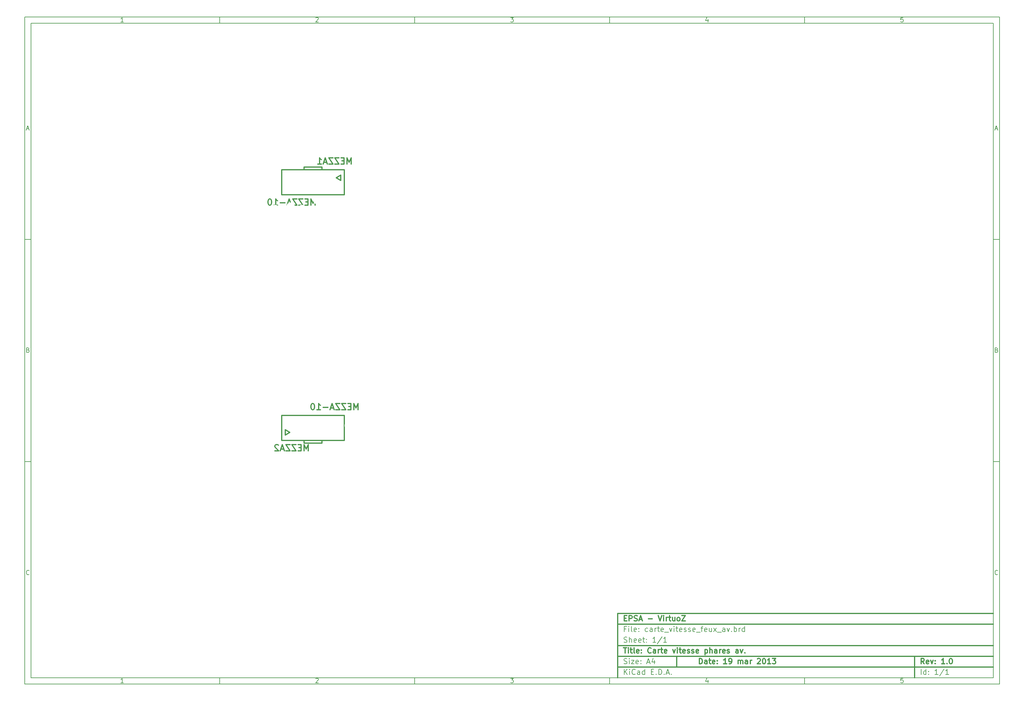
<source format=gbo>
G04 (created by PCBNEW-RS274X (2012-01-19 BZR 3256)-stable) date 19/03/2013 15:01:36*
G01*
G70*
G90*
%MOIN*%
G04 Gerber Fmt 3.4, Leading zero omitted, Abs format*
%FSLAX34Y34*%
G04 APERTURE LIST*
%ADD10C,0.006000*%
%ADD11C,0.012000*%
%ADD12C,0.014000*%
%ADD13C,0.095000*%
%ADD14R,0.095000X0.095000*%
%ADD15R,0.110000X0.082000*%
%ADD16O,0.110000X0.082000*%
%ADD17C,0.295600*%
%ADD18R,0.110000X0.110000*%
%ADD19C,0.110000*%
%ADD20R,0.075000X0.075000*%
%ADD21C,0.075000*%
%ADD22R,0.105000X0.105000*%
%ADD23C,0.105000*%
G04 APERTURE END LIST*
G54D10*
X04000Y-04000D02*
X113000Y-04000D01*
X113000Y-78670D01*
X04000Y-78670D01*
X04000Y-04000D01*
X04700Y-04700D02*
X112300Y-04700D01*
X112300Y-77970D01*
X04700Y-77970D01*
X04700Y-04700D01*
X25800Y-04000D02*
X25800Y-04700D01*
X15043Y-04552D02*
X14757Y-04552D01*
X14900Y-04552D02*
X14900Y-04052D01*
X14852Y-04124D01*
X14805Y-04171D01*
X14757Y-04195D01*
X25800Y-78670D02*
X25800Y-77970D01*
X15043Y-78522D02*
X14757Y-78522D01*
X14900Y-78522D02*
X14900Y-78022D01*
X14852Y-78094D01*
X14805Y-78141D01*
X14757Y-78165D01*
X47600Y-04000D02*
X47600Y-04700D01*
X36557Y-04100D02*
X36581Y-04076D01*
X36629Y-04052D01*
X36748Y-04052D01*
X36795Y-04076D01*
X36819Y-04100D01*
X36843Y-04148D01*
X36843Y-04195D01*
X36819Y-04267D01*
X36533Y-04552D01*
X36843Y-04552D01*
X47600Y-78670D02*
X47600Y-77970D01*
X36557Y-78070D02*
X36581Y-78046D01*
X36629Y-78022D01*
X36748Y-78022D01*
X36795Y-78046D01*
X36819Y-78070D01*
X36843Y-78118D01*
X36843Y-78165D01*
X36819Y-78237D01*
X36533Y-78522D01*
X36843Y-78522D01*
X69400Y-04000D02*
X69400Y-04700D01*
X58333Y-04052D02*
X58643Y-04052D01*
X58476Y-04243D01*
X58548Y-04243D01*
X58595Y-04267D01*
X58619Y-04290D01*
X58643Y-04338D01*
X58643Y-04457D01*
X58619Y-04505D01*
X58595Y-04529D01*
X58548Y-04552D01*
X58405Y-04552D01*
X58357Y-04529D01*
X58333Y-04505D01*
X69400Y-78670D02*
X69400Y-77970D01*
X58333Y-78022D02*
X58643Y-78022D01*
X58476Y-78213D01*
X58548Y-78213D01*
X58595Y-78237D01*
X58619Y-78260D01*
X58643Y-78308D01*
X58643Y-78427D01*
X58619Y-78475D01*
X58595Y-78499D01*
X58548Y-78522D01*
X58405Y-78522D01*
X58357Y-78499D01*
X58333Y-78475D01*
X91200Y-04000D02*
X91200Y-04700D01*
X80395Y-04219D02*
X80395Y-04552D01*
X80276Y-04029D02*
X80157Y-04386D01*
X80467Y-04386D01*
X91200Y-78670D02*
X91200Y-77970D01*
X80395Y-78189D02*
X80395Y-78522D01*
X80276Y-77999D02*
X80157Y-78356D01*
X80467Y-78356D01*
X102219Y-04052D02*
X101981Y-04052D01*
X101957Y-04290D01*
X101981Y-04267D01*
X102029Y-04243D01*
X102148Y-04243D01*
X102195Y-04267D01*
X102219Y-04290D01*
X102243Y-04338D01*
X102243Y-04457D01*
X102219Y-04505D01*
X102195Y-04529D01*
X102148Y-04552D01*
X102029Y-04552D01*
X101981Y-04529D01*
X101957Y-04505D01*
X102219Y-78022D02*
X101981Y-78022D01*
X101957Y-78260D01*
X101981Y-78237D01*
X102029Y-78213D01*
X102148Y-78213D01*
X102195Y-78237D01*
X102219Y-78260D01*
X102243Y-78308D01*
X102243Y-78427D01*
X102219Y-78475D01*
X102195Y-78499D01*
X102148Y-78522D01*
X102029Y-78522D01*
X101981Y-78499D01*
X101957Y-78475D01*
X04000Y-28890D02*
X04700Y-28890D01*
X04231Y-16510D02*
X04469Y-16510D01*
X04184Y-16652D02*
X04350Y-16152D01*
X04517Y-16652D01*
X113000Y-28890D02*
X112300Y-28890D01*
X112531Y-16510D02*
X112769Y-16510D01*
X112484Y-16652D02*
X112650Y-16152D01*
X112817Y-16652D01*
X04000Y-53780D02*
X04700Y-53780D01*
X04386Y-41280D02*
X04457Y-41304D01*
X04481Y-41328D01*
X04505Y-41376D01*
X04505Y-41447D01*
X04481Y-41495D01*
X04457Y-41519D01*
X04410Y-41542D01*
X04219Y-41542D01*
X04219Y-41042D01*
X04386Y-41042D01*
X04433Y-41066D01*
X04457Y-41090D01*
X04481Y-41138D01*
X04481Y-41185D01*
X04457Y-41233D01*
X04433Y-41257D01*
X04386Y-41280D01*
X04219Y-41280D01*
X113000Y-53780D02*
X112300Y-53780D01*
X112686Y-41280D02*
X112757Y-41304D01*
X112781Y-41328D01*
X112805Y-41376D01*
X112805Y-41447D01*
X112781Y-41495D01*
X112757Y-41519D01*
X112710Y-41542D01*
X112519Y-41542D01*
X112519Y-41042D01*
X112686Y-41042D01*
X112733Y-41066D01*
X112757Y-41090D01*
X112781Y-41138D01*
X112781Y-41185D01*
X112757Y-41233D01*
X112733Y-41257D01*
X112686Y-41280D01*
X112519Y-41280D01*
X04505Y-66385D02*
X04481Y-66409D01*
X04410Y-66432D01*
X04362Y-66432D01*
X04290Y-66409D01*
X04243Y-66361D01*
X04219Y-66313D01*
X04195Y-66218D01*
X04195Y-66147D01*
X04219Y-66051D01*
X04243Y-66004D01*
X04290Y-65956D01*
X04362Y-65932D01*
X04410Y-65932D01*
X04481Y-65956D01*
X04505Y-65980D01*
X112805Y-66385D02*
X112781Y-66409D01*
X112710Y-66432D01*
X112662Y-66432D01*
X112590Y-66409D01*
X112543Y-66361D01*
X112519Y-66313D01*
X112495Y-66218D01*
X112495Y-66147D01*
X112519Y-66051D01*
X112543Y-66004D01*
X112590Y-65956D01*
X112662Y-65932D01*
X112710Y-65932D01*
X112781Y-65956D01*
X112805Y-65980D01*
G54D11*
X79443Y-76413D02*
X79443Y-75813D01*
X79586Y-75813D01*
X79671Y-75841D01*
X79729Y-75899D01*
X79757Y-75956D01*
X79786Y-76070D01*
X79786Y-76156D01*
X79757Y-76270D01*
X79729Y-76327D01*
X79671Y-76384D01*
X79586Y-76413D01*
X79443Y-76413D01*
X80300Y-76413D02*
X80300Y-76099D01*
X80271Y-76041D01*
X80214Y-76013D01*
X80100Y-76013D01*
X80043Y-76041D01*
X80300Y-76384D02*
X80243Y-76413D01*
X80100Y-76413D01*
X80043Y-76384D01*
X80014Y-76327D01*
X80014Y-76270D01*
X80043Y-76213D01*
X80100Y-76184D01*
X80243Y-76184D01*
X80300Y-76156D01*
X80500Y-76013D02*
X80729Y-76013D01*
X80586Y-75813D02*
X80586Y-76327D01*
X80614Y-76384D01*
X80672Y-76413D01*
X80729Y-76413D01*
X81157Y-76384D02*
X81100Y-76413D01*
X80986Y-76413D01*
X80929Y-76384D01*
X80900Y-76327D01*
X80900Y-76099D01*
X80929Y-76041D01*
X80986Y-76013D01*
X81100Y-76013D01*
X81157Y-76041D01*
X81186Y-76099D01*
X81186Y-76156D01*
X80900Y-76213D01*
X81443Y-76356D02*
X81471Y-76384D01*
X81443Y-76413D01*
X81414Y-76384D01*
X81443Y-76356D01*
X81443Y-76413D01*
X81443Y-76041D02*
X81471Y-76070D01*
X81443Y-76099D01*
X81414Y-76070D01*
X81443Y-76041D01*
X81443Y-76099D01*
X82500Y-76413D02*
X82157Y-76413D01*
X82329Y-76413D02*
X82329Y-75813D01*
X82272Y-75899D01*
X82214Y-75956D01*
X82157Y-75984D01*
X82785Y-76413D02*
X82900Y-76413D01*
X82957Y-76384D01*
X82985Y-76356D01*
X83043Y-76270D01*
X83071Y-76156D01*
X83071Y-75927D01*
X83043Y-75870D01*
X83014Y-75841D01*
X82957Y-75813D01*
X82843Y-75813D01*
X82785Y-75841D01*
X82757Y-75870D01*
X82728Y-75927D01*
X82728Y-76070D01*
X82757Y-76127D01*
X82785Y-76156D01*
X82843Y-76184D01*
X82957Y-76184D01*
X83014Y-76156D01*
X83043Y-76127D01*
X83071Y-76070D01*
X83785Y-76413D02*
X83785Y-76013D01*
X83785Y-76070D02*
X83813Y-76041D01*
X83871Y-76013D01*
X83956Y-76013D01*
X84013Y-76041D01*
X84042Y-76099D01*
X84042Y-76413D01*
X84042Y-76099D02*
X84071Y-76041D01*
X84128Y-76013D01*
X84213Y-76013D01*
X84271Y-76041D01*
X84299Y-76099D01*
X84299Y-76413D01*
X84842Y-76413D02*
X84842Y-76099D01*
X84813Y-76041D01*
X84756Y-76013D01*
X84642Y-76013D01*
X84585Y-76041D01*
X84842Y-76384D02*
X84785Y-76413D01*
X84642Y-76413D01*
X84585Y-76384D01*
X84556Y-76327D01*
X84556Y-76270D01*
X84585Y-76213D01*
X84642Y-76184D01*
X84785Y-76184D01*
X84842Y-76156D01*
X85128Y-76413D02*
X85128Y-76013D01*
X85128Y-76127D02*
X85156Y-76070D01*
X85185Y-76041D01*
X85242Y-76013D01*
X85299Y-76013D01*
X85927Y-75870D02*
X85956Y-75841D01*
X86013Y-75813D01*
X86156Y-75813D01*
X86213Y-75841D01*
X86242Y-75870D01*
X86270Y-75927D01*
X86270Y-75984D01*
X86242Y-76070D01*
X85899Y-76413D01*
X86270Y-76413D01*
X86641Y-75813D02*
X86698Y-75813D01*
X86755Y-75841D01*
X86784Y-75870D01*
X86813Y-75927D01*
X86841Y-76041D01*
X86841Y-76184D01*
X86813Y-76299D01*
X86784Y-76356D01*
X86755Y-76384D01*
X86698Y-76413D01*
X86641Y-76413D01*
X86584Y-76384D01*
X86555Y-76356D01*
X86527Y-76299D01*
X86498Y-76184D01*
X86498Y-76041D01*
X86527Y-75927D01*
X86555Y-75870D01*
X86584Y-75841D01*
X86641Y-75813D01*
X87412Y-76413D02*
X87069Y-76413D01*
X87241Y-76413D02*
X87241Y-75813D01*
X87184Y-75899D01*
X87126Y-75956D01*
X87069Y-75984D01*
X87612Y-75813D02*
X87983Y-75813D01*
X87783Y-76041D01*
X87869Y-76041D01*
X87926Y-76070D01*
X87955Y-76099D01*
X87983Y-76156D01*
X87983Y-76299D01*
X87955Y-76356D01*
X87926Y-76384D01*
X87869Y-76413D01*
X87697Y-76413D01*
X87640Y-76384D01*
X87612Y-76356D01*
G54D10*
X71043Y-77613D02*
X71043Y-77013D01*
X71386Y-77613D02*
X71129Y-77270D01*
X71386Y-77013D02*
X71043Y-77356D01*
X71643Y-77613D02*
X71643Y-77213D01*
X71643Y-77013D02*
X71614Y-77041D01*
X71643Y-77070D01*
X71671Y-77041D01*
X71643Y-77013D01*
X71643Y-77070D01*
X72272Y-77556D02*
X72243Y-77584D01*
X72157Y-77613D01*
X72100Y-77613D01*
X72015Y-77584D01*
X71957Y-77527D01*
X71929Y-77470D01*
X71900Y-77356D01*
X71900Y-77270D01*
X71929Y-77156D01*
X71957Y-77099D01*
X72015Y-77041D01*
X72100Y-77013D01*
X72157Y-77013D01*
X72243Y-77041D01*
X72272Y-77070D01*
X72786Y-77613D02*
X72786Y-77299D01*
X72757Y-77241D01*
X72700Y-77213D01*
X72586Y-77213D01*
X72529Y-77241D01*
X72786Y-77584D02*
X72729Y-77613D01*
X72586Y-77613D01*
X72529Y-77584D01*
X72500Y-77527D01*
X72500Y-77470D01*
X72529Y-77413D01*
X72586Y-77384D01*
X72729Y-77384D01*
X72786Y-77356D01*
X73329Y-77613D02*
X73329Y-77013D01*
X73329Y-77584D02*
X73272Y-77613D01*
X73158Y-77613D01*
X73100Y-77584D01*
X73072Y-77556D01*
X73043Y-77499D01*
X73043Y-77327D01*
X73072Y-77270D01*
X73100Y-77241D01*
X73158Y-77213D01*
X73272Y-77213D01*
X73329Y-77241D01*
X74072Y-77299D02*
X74272Y-77299D01*
X74358Y-77613D02*
X74072Y-77613D01*
X74072Y-77013D01*
X74358Y-77013D01*
X74615Y-77556D02*
X74643Y-77584D01*
X74615Y-77613D01*
X74586Y-77584D01*
X74615Y-77556D01*
X74615Y-77613D01*
X74901Y-77613D02*
X74901Y-77013D01*
X75044Y-77013D01*
X75129Y-77041D01*
X75187Y-77099D01*
X75215Y-77156D01*
X75244Y-77270D01*
X75244Y-77356D01*
X75215Y-77470D01*
X75187Y-77527D01*
X75129Y-77584D01*
X75044Y-77613D01*
X74901Y-77613D01*
X75501Y-77556D02*
X75529Y-77584D01*
X75501Y-77613D01*
X75472Y-77584D01*
X75501Y-77556D01*
X75501Y-77613D01*
X75758Y-77441D02*
X76044Y-77441D01*
X75701Y-77613D02*
X75901Y-77013D01*
X76101Y-77613D01*
X76301Y-77556D02*
X76329Y-77584D01*
X76301Y-77613D01*
X76272Y-77584D01*
X76301Y-77556D01*
X76301Y-77613D01*
G54D11*
X104586Y-76413D02*
X104386Y-76127D01*
X104243Y-76413D02*
X104243Y-75813D01*
X104471Y-75813D01*
X104529Y-75841D01*
X104557Y-75870D01*
X104586Y-75927D01*
X104586Y-76013D01*
X104557Y-76070D01*
X104529Y-76099D01*
X104471Y-76127D01*
X104243Y-76127D01*
X105071Y-76384D02*
X105014Y-76413D01*
X104900Y-76413D01*
X104843Y-76384D01*
X104814Y-76327D01*
X104814Y-76099D01*
X104843Y-76041D01*
X104900Y-76013D01*
X105014Y-76013D01*
X105071Y-76041D01*
X105100Y-76099D01*
X105100Y-76156D01*
X104814Y-76213D01*
X105300Y-76013D02*
X105443Y-76413D01*
X105585Y-76013D01*
X105814Y-76356D02*
X105842Y-76384D01*
X105814Y-76413D01*
X105785Y-76384D01*
X105814Y-76356D01*
X105814Y-76413D01*
X105814Y-76041D02*
X105842Y-76070D01*
X105814Y-76099D01*
X105785Y-76070D01*
X105814Y-76041D01*
X105814Y-76099D01*
X106871Y-76413D02*
X106528Y-76413D01*
X106700Y-76413D02*
X106700Y-75813D01*
X106643Y-75899D01*
X106585Y-75956D01*
X106528Y-75984D01*
X107128Y-76356D02*
X107156Y-76384D01*
X107128Y-76413D01*
X107099Y-76384D01*
X107128Y-76356D01*
X107128Y-76413D01*
X107528Y-75813D02*
X107585Y-75813D01*
X107642Y-75841D01*
X107671Y-75870D01*
X107700Y-75927D01*
X107728Y-76041D01*
X107728Y-76184D01*
X107700Y-76299D01*
X107671Y-76356D01*
X107642Y-76384D01*
X107585Y-76413D01*
X107528Y-76413D01*
X107471Y-76384D01*
X107442Y-76356D01*
X107414Y-76299D01*
X107385Y-76184D01*
X107385Y-76041D01*
X107414Y-75927D01*
X107442Y-75870D01*
X107471Y-75841D01*
X107528Y-75813D01*
G54D10*
X71014Y-76384D02*
X71100Y-76413D01*
X71243Y-76413D01*
X71300Y-76384D01*
X71329Y-76356D01*
X71357Y-76299D01*
X71357Y-76241D01*
X71329Y-76184D01*
X71300Y-76156D01*
X71243Y-76127D01*
X71129Y-76099D01*
X71071Y-76070D01*
X71043Y-76041D01*
X71014Y-75984D01*
X71014Y-75927D01*
X71043Y-75870D01*
X71071Y-75841D01*
X71129Y-75813D01*
X71271Y-75813D01*
X71357Y-75841D01*
X71614Y-76413D02*
X71614Y-76013D01*
X71614Y-75813D02*
X71585Y-75841D01*
X71614Y-75870D01*
X71642Y-75841D01*
X71614Y-75813D01*
X71614Y-75870D01*
X71843Y-76013D02*
X72157Y-76013D01*
X71843Y-76413D01*
X72157Y-76413D01*
X72614Y-76384D02*
X72557Y-76413D01*
X72443Y-76413D01*
X72386Y-76384D01*
X72357Y-76327D01*
X72357Y-76099D01*
X72386Y-76041D01*
X72443Y-76013D01*
X72557Y-76013D01*
X72614Y-76041D01*
X72643Y-76099D01*
X72643Y-76156D01*
X72357Y-76213D01*
X72900Y-76356D02*
X72928Y-76384D01*
X72900Y-76413D01*
X72871Y-76384D01*
X72900Y-76356D01*
X72900Y-76413D01*
X72900Y-76041D02*
X72928Y-76070D01*
X72900Y-76099D01*
X72871Y-76070D01*
X72900Y-76041D01*
X72900Y-76099D01*
X73614Y-76241D02*
X73900Y-76241D01*
X73557Y-76413D02*
X73757Y-75813D01*
X73957Y-76413D01*
X74414Y-76013D02*
X74414Y-76413D01*
X74271Y-75784D02*
X74128Y-76213D01*
X74500Y-76213D01*
X104243Y-77613D02*
X104243Y-77013D01*
X104786Y-77613D02*
X104786Y-77013D01*
X104786Y-77584D02*
X104729Y-77613D01*
X104615Y-77613D01*
X104557Y-77584D01*
X104529Y-77556D01*
X104500Y-77499D01*
X104500Y-77327D01*
X104529Y-77270D01*
X104557Y-77241D01*
X104615Y-77213D01*
X104729Y-77213D01*
X104786Y-77241D01*
X105072Y-77556D02*
X105100Y-77584D01*
X105072Y-77613D01*
X105043Y-77584D01*
X105072Y-77556D01*
X105072Y-77613D01*
X105072Y-77241D02*
X105100Y-77270D01*
X105072Y-77299D01*
X105043Y-77270D01*
X105072Y-77241D01*
X105072Y-77299D01*
X106129Y-77613D02*
X105786Y-77613D01*
X105958Y-77613D02*
X105958Y-77013D01*
X105901Y-77099D01*
X105843Y-77156D01*
X105786Y-77184D01*
X106814Y-76984D02*
X106300Y-77756D01*
X107329Y-77613D02*
X106986Y-77613D01*
X107158Y-77613D02*
X107158Y-77013D01*
X107101Y-77099D01*
X107043Y-77156D01*
X106986Y-77184D01*
G54D11*
X70957Y-74613D02*
X71300Y-74613D01*
X71129Y-75213D02*
X71129Y-74613D01*
X71500Y-75213D02*
X71500Y-74813D01*
X71500Y-74613D02*
X71471Y-74641D01*
X71500Y-74670D01*
X71528Y-74641D01*
X71500Y-74613D01*
X71500Y-74670D01*
X71700Y-74813D02*
X71929Y-74813D01*
X71786Y-74613D02*
X71786Y-75127D01*
X71814Y-75184D01*
X71872Y-75213D01*
X71929Y-75213D01*
X72215Y-75213D02*
X72157Y-75184D01*
X72129Y-75127D01*
X72129Y-74613D01*
X72671Y-75184D02*
X72614Y-75213D01*
X72500Y-75213D01*
X72443Y-75184D01*
X72414Y-75127D01*
X72414Y-74899D01*
X72443Y-74841D01*
X72500Y-74813D01*
X72614Y-74813D01*
X72671Y-74841D01*
X72700Y-74899D01*
X72700Y-74956D01*
X72414Y-75013D01*
X72957Y-75156D02*
X72985Y-75184D01*
X72957Y-75213D01*
X72928Y-75184D01*
X72957Y-75156D01*
X72957Y-75213D01*
X72957Y-74841D02*
X72985Y-74870D01*
X72957Y-74899D01*
X72928Y-74870D01*
X72957Y-74841D01*
X72957Y-74899D01*
X74043Y-75156D02*
X74014Y-75184D01*
X73928Y-75213D01*
X73871Y-75213D01*
X73786Y-75184D01*
X73728Y-75127D01*
X73700Y-75070D01*
X73671Y-74956D01*
X73671Y-74870D01*
X73700Y-74756D01*
X73728Y-74699D01*
X73786Y-74641D01*
X73871Y-74613D01*
X73928Y-74613D01*
X74014Y-74641D01*
X74043Y-74670D01*
X74557Y-75213D02*
X74557Y-74899D01*
X74528Y-74841D01*
X74471Y-74813D01*
X74357Y-74813D01*
X74300Y-74841D01*
X74557Y-75184D02*
X74500Y-75213D01*
X74357Y-75213D01*
X74300Y-75184D01*
X74271Y-75127D01*
X74271Y-75070D01*
X74300Y-75013D01*
X74357Y-74984D01*
X74500Y-74984D01*
X74557Y-74956D01*
X74843Y-75213D02*
X74843Y-74813D01*
X74843Y-74927D02*
X74871Y-74870D01*
X74900Y-74841D01*
X74957Y-74813D01*
X75014Y-74813D01*
X75128Y-74813D02*
X75357Y-74813D01*
X75214Y-74613D02*
X75214Y-75127D01*
X75242Y-75184D01*
X75300Y-75213D01*
X75357Y-75213D01*
X75785Y-75184D02*
X75728Y-75213D01*
X75614Y-75213D01*
X75557Y-75184D01*
X75528Y-75127D01*
X75528Y-74899D01*
X75557Y-74841D01*
X75614Y-74813D01*
X75728Y-74813D01*
X75785Y-74841D01*
X75814Y-74899D01*
X75814Y-74956D01*
X75528Y-75013D01*
X76471Y-74813D02*
X76614Y-75213D01*
X76756Y-74813D01*
X76985Y-75213D02*
X76985Y-74813D01*
X76985Y-74613D02*
X76956Y-74641D01*
X76985Y-74670D01*
X77013Y-74641D01*
X76985Y-74613D01*
X76985Y-74670D01*
X77185Y-74813D02*
X77414Y-74813D01*
X77271Y-74613D02*
X77271Y-75127D01*
X77299Y-75184D01*
X77357Y-75213D01*
X77414Y-75213D01*
X77842Y-75184D02*
X77785Y-75213D01*
X77671Y-75213D01*
X77614Y-75184D01*
X77585Y-75127D01*
X77585Y-74899D01*
X77614Y-74841D01*
X77671Y-74813D01*
X77785Y-74813D01*
X77842Y-74841D01*
X77871Y-74899D01*
X77871Y-74956D01*
X77585Y-75013D01*
X78099Y-75184D02*
X78156Y-75213D01*
X78271Y-75213D01*
X78328Y-75184D01*
X78356Y-75127D01*
X78356Y-75099D01*
X78328Y-75041D01*
X78271Y-75013D01*
X78185Y-75013D01*
X78128Y-74984D01*
X78099Y-74927D01*
X78099Y-74899D01*
X78128Y-74841D01*
X78185Y-74813D01*
X78271Y-74813D01*
X78328Y-74841D01*
X78585Y-75184D02*
X78642Y-75213D01*
X78757Y-75213D01*
X78814Y-75184D01*
X78842Y-75127D01*
X78842Y-75099D01*
X78814Y-75041D01*
X78757Y-75013D01*
X78671Y-75013D01*
X78614Y-74984D01*
X78585Y-74927D01*
X78585Y-74899D01*
X78614Y-74841D01*
X78671Y-74813D01*
X78757Y-74813D01*
X78814Y-74841D01*
X79328Y-75184D02*
X79271Y-75213D01*
X79157Y-75213D01*
X79100Y-75184D01*
X79071Y-75127D01*
X79071Y-74899D01*
X79100Y-74841D01*
X79157Y-74813D01*
X79271Y-74813D01*
X79328Y-74841D01*
X79357Y-74899D01*
X79357Y-74956D01*
X79071Y-75013D01*
X80071Y-74813D02*
X80071Y-75413D01*
X80071Y-74841D02*
X80128Y-74813D01*
X80242Y-74813D01*
X80299Y-74841D01*
X80328Y-74870D01*
X80357Y-74927D01*
X80357Y-75099D01*
X80328Y-75156D01*
X80299Y-75184D01*
X80242Y-75213D01*
X80128Y-75213D01*
X80071Y-75184D01*
X80614Y-75213D02*
X80614Y-74613D01*
X80871Y-75213D02*
X80871Y-74899D01*
X80842Y-74841D01*
X80785Y-74813D01*
X80700Y-74813D01*
X80642Y-74841D01*
X80614Y-74870D01*
X81414Y-75213D02*
X81414Y-74899D01*
X81385Y-74841D01*
X81328Y-74813D01*
X81214Y-74813D01*
X81157Y-74841D01*
X81414Y-75184D02*
X81357Y-75213D01*
X81214Y-75213D01*
X81157Y-75184D01*
X81128Y-75127D01*
X81128Y-75070D01*
X81157Y-75013D01*
X81214Y-74984D01*
X81357Y-74984D01*
X81414Y-74956D01*
X81700Y-75213D02*
X81700Y-74813D01*
X81700Y-74927D02*
X81728Y-74870D01*
X81757Y-74841D01*
X81814Y-74813D01*
X81871Y-74813D01*
X82299Y-75184D02*
X82242Y-75213D01*
X82128Y-75213D01*
X82071Y-75184D01*
X82042Y-75127D01*
X82042Y-74899D01*
X82071Y-74841D01*
X82128Y-74813D01*
X82242Y-74813D01*
X82299Y-74841D01*
X82328Y-74899D01*
X82328Y-74956D01*
X82042Y-75013D01*
X82556Y-75184D02*
X82613Y-75213D01*
X82728Y-75213D01*
X82785Y-75184D01*
X82813Y-75127D01*
X82813Y-75099D01*
X82785Y-75041D01*
X82728Y-75013D01*
X82642Y-75013D01*
X82585Y-74984D01*
X82556Y-74927D01*
X82556Y-74899D01*
X82585Y-74841D01*
X82642Y-74813D01*
X82728Y-74813D01*
X82785Y-74841D01*
X83785Y-75213D02*
X83785Y-74899D01*
X83756Y-74841D01*
X83699Y-74813D01*
X83585Y-74813D01*
X83528Y-74841D01*
X83785Y-75184D02*
X83728Y-75213D01*
X83585Y-75213D01*
X83528Y-75184D01*
X83499Y-75127D01*
X83499Y-75070D01*
X83528Y-75013D01*
X83585Y-74984D01*
X83728Y-74984D01*
X83785Y-74956D01*
X84014Y-74813D02*
X84157Y-75213D01*
X84299Y-74813D01*
X84528Y-75156D02*
X84556Y-75184D01*
X84528Y-75213D01*
X84499Y-75184D01*
X84528Y-75156D01*
X84528Y-75213D01*
G54D10*
X71243Y-72499D02*
X71043Y-72499D01*
X71043Y-72813D02*
X71043Y-72213D01*
X71329Y-72213D01*
X71557Y-72813D02*
X71557Y-72413D01*
X71557Y-72213D02*
X71528Y-72241D01*
X71557Y-72270D01*
X71585Y-72241D01*
X71557Y-72213D01*
X71557Y-72270D01*
X71929Y-72813D02*
X71871Y-72784D01*
X71843Y-72727D01*
X71843Y-72213D01*
X72385Y-72784D02*
X72328Y-72813D01*
X72214Y-72813D01*
X72157Y-72784D01*
X72128Y-72727D01*
X72128Y-72499D01*
X72157Y-72441D01*
X72214Y-72413D01*
X72328Y-72413D01*
X72385Y-72441D01*
X72414Y-72499D01*
X72414Y-72556D01*
X72128Y-72613D01*
X72671Y-72756D02*
X72699Y-72784D01*
X72671Y-72813D01*
X72642Y-72784D01*
X72671Y-72756D01*
X72671Y-72813D01*
X72671Y-72441D02*
X72699Y-72470D01*
X72671Y-72499D01*
X72642Y-72470D01*
X72671Y-72441D01*
X72671Y-72499D01*
X73671Y-72784D02*
X73614Y-72813D01*
X73500Y-72813D01*
X73442Y-72784D01*
X73414Y-72756D01*
X73385Y-72699D01*
X73385Y-72527D01*
X73414Y-72470D01*
X73442Y-72441D01*
X73500Y-72413D01*
X73614Y-72413D01*
X73671Y-72441D01*
X74185Y-72813D02*
X74185Y-72499D01*
X74156Y-72441D01*
X74099Y-72413D01*
X73985Y-72413D01*
X73928Y-72441D01*
X74185Y-72784D02*
X74128Y-72813D01*
X73985Y-72813D01*
X73928Y-72784D01*
X73899Y-72727D01*
X73899Y-72670D01*
X73928Y-72613D01*
X73985Y-72584D01*
X74128Y-72584D01*
X74185Y-72556D01*
X74471Y-72813D02*
X74471Y-72413D01*
X74471Y-72527D02*
X74499Y-72470D01*
X74528Y-72441D01*
X74585Y-72413D01*
X74642Y-72413D01*
X74756Y-72413D02*
X74985Y-72413D01*
X74842Y-72213D02*
X74842Y-72727D01*
X74870Y-72784D01*
X74928Y-72813D01*
X74985Y-72813D01*
X75413Y-72784D02*
X75356Y-72813D01*
X75242Y-72813D01*
X75185Y-72784D01*
X75156Y-72727D01*
X75156Y-72499D01*
X75185Y-72441D01*
X75242Y-72413D01*
X75356Y-72413D01*
X75413Y-72441D01*
X75442Y-72499D01*
X75442Y-72556D01*
X75156Y-72613D01*
X75556Y-72870D02*
X76013Y-72870D01*
X76099Y-72413D02*
X76242Y-72813D01*
X76384Y-72413D01*
X76613Y-72813D02*
X76613Y-72413D01*
X76613Y-72213D02*
X76584Y-72241D01*
X76613Y-72270D01*
X76641Y-72241D01*
X76613Y-72213D01*
X76613Y-72270D01*
X76813Y-72413D02*
X77042Y-72413D01*
X76899Y-72213D02*
X76899Y-72727D01*
X76927Y-72784D01*
X76985Y-72813D01*
X77042Y-72813D01*
X77470Y-72784D02*
X77413Y-72813D01*
X77299Y-72813D01*
X77242Y-72784D01*
X77213Y-72727D01*
X77213Y-72499D01*
X77242Y-72441D01*
X77299Y-72413D01*
X77413Y-72413D01*
X77470Y-72441D01*
X77499Y-72499D01*
X77499Y-72556D01*
X77213Y-72613D01*
X77727Y-72784D02*
X77784Y-72813D01*
X77899Y-72813D01*
X77956Y-72784D01*
X77984Y-72727D01*
X77984Y-72699D01*
X77956Y-72641D01*
X77899Y-72613D01*
X77813Y-72613D01*
X77756Y-72584D01*
X77727Y-72527D01*
X77727Y-72499D01*
X77756Y-72441D01*
X77813Y-72413D01*
X77899Y-72413D01*
X77956Y-72441D01*
X78213Y-72784D02*
X78270Y-72813D01*
X78385Y-72813D01*
X78442Y-72784D01*
X78470Y-72727D01*
X78470Y-72699D01*
X78442Y-72641D01*
X78385Y-72613D01*
X78299Y-72613D01*
X78242Y-72584D01*
X78213Y-72527D01*
X78213Y-72499D01*
X78242Y-72441D01*
X78299Y-72413D01*
X78385Y-72413D01*
X78442Y-72441D01*
X78956Y-72784D02*
X78899Y-72813D01*
X78785Y-72813D01*
X78728Y-72784D01*
X78699Y-72727D01*
X78699Y-72499D01*
X78728Y-72441D01*
X78785Y-72413D01*
X78899Y-72413D01*
X78956Y-72441D01*
X78985Y-72499D01*
X78985Y-72556D01*
X78699Y-72613D01*
X79099Y-72870D02*
X79556Y-72870D01*
X79613Y-72413D02*
X79842Y-72413D01*
X79699Y-72813D02*
X79699Y-72299D01*
X79727Y-72241D01*
X79785Y-72213D01*
X79842Y-72213D01*
X80270Y-72784D02*
X80213Y-72813D01*
X80099Y-72813D01*
X80042Y-72784D01*
X80013Y-72727D01*
X80013Y-72499D01*
X80042Y-72441D01*
X80099Y-72413D01*
X80213Y-72413D01*
X80270Y-72441D01*
X80299Y-72499D01*
X80299Y-72556D01*
X80013Y-72613D01*
X80813Y-72413D02*
X80813Y-72813D01*
X80556Y-72413D02*
X80556Y-72727D01*
X80584Y-72784D01*
X80642Y-72813D01*
X80727Y-72813D01*
X80784Y-72784D01*
X80813Y-72756D01*
X81042Y-72813D02*
X81356Y-72413D01*
X81042Y-72413D02*
X81356Y-72813D01*
X81442Y-72870D02*
X81899Y-72870D01*
X82299Y-72813D02*
X82299Y-72499D01*
X82270Y-72441D01*
X82213Y-72413D01*
X82099Y-72413D01*
X82042Y-72441D01*
X82299Y-72784D02*
X82242Y-72813D01*
X82099Y-72813D01*
X82042Y-72784D01*
X82013Y-72727D01*
X82013Y-72670D01*
X82042Y-72613D01*
X82099Y-72584D01*
X82242Y-72584D01*
X82299Y-72556D01*
X82528Y-72413D02*
X82671Y-72813D01*
X82813Y-72413D01*
X83042Y-72756D02*
X83070Y-72784D01*
X83042Y-72813D01*
X83013Y-72784D01*
X83042Y-72756D01*
X83042Y-72813D01*
X83328Y-72813D02*
X83328Y-72213D01*
X83328Y-72441D02*
X83385Y-72413D01*
X83499Y-72413D01*
X83556Y-72441D01*
X83585Y-72470D01*
X83614Y-72527D01*
X83614Y-72699D01*
X83585Y-72756D01*
X83556Y-72784D01*
X83499Y-72813D01*
X83385Y-72813D01*
X83328Y-72784D01*
X83871Y-72813D02*
X83871Y-72413D01*
X83871Y-72527D02*
X83899Y-72470D01*
X83928Y-72441D01*
X83985Y-72413D01*
X84042Y-72413D01*
X84499Y-72813D02*
X84499Y-72213D01*
X84499Y-72784D02*
X84442Y-72813D01*
X84328Y-72813D01*
X84270Y-72784D01*
X84242Y-72756D01*
X84213Y-72699D01*
X84213Y-72527D01*
X84242Y-72470D01*
X84270Y-72441D01*
X84328Y-72413D01*
X84442Y-72413D01*
X84499Y-72441D01*
X71014Y-73984D02*
X71100Y-74013D01*
X71243Y-74013D01*
X71300Y-73984D01*
X71329Y-73956D01*
X71357Y-73899D01*
X71357Y-73841D01*
X71329Y-73784D01*
X71300Y-73756D01*
X71243Y-73727D01*
X71129Y-73699D01*
X71071Y-73670D01*
X71043Y-73641D01*
X71014Y-73584D01*
X71014Y-73527D01*
X71043Y-73470D01*
X71071Y-73441D01*
X71129Y-73413D01*
X71271Y-73413D01*
X71357Y-73441D01*
X71614Y-74013D02*
X71614Y-73413D01*
X71871Y-74013D02*
X71871Y-73699D01*
X71842Y-73641D01*
X71785Y-73613D01*
X71700Y-73613D01*
X71642Y-73641D01*
X71614Y-73670D01*
X72385Y-73984D02*
X72328Y-74013D01*
X72214Y-74013D01*
X72157Y-73984D01*
X72128Y-73927D01*
X72128Y-73699D01*
X72157Y-73641D01*
X72214Y-73613D01*
X72328Y-73613D01*
X72385Y-73641D01*
X72414Y-73699D01*
X72414Y-73756D01*
X72128Y-73813D01*
X72899Y-73984D02*
X72842Y-74013D01*
X72728Y-74013D01*
X72671Y-73984D01*
X72642Y-73927D01*
X72642Y-73699D01*
X72671Y-73641D01*
X72728Y-73613D01*
X72842Y-73613D01*
X72899Y-73641D01*
X72928Y-73699D01*
X72928Y-73756D01*
X72642Y-73813D01*
X73099Y-73613D02*
X73328Y-73613D01*
X73185Y-73413D02*
X73185Y-73927D01*
X73213Y-73984D01*
X73271Y-74013D01*
X73328Y-74013D01*
X73528Y-73956D02*
X73556Y-73984D01*
X73528Y-74013D01*
X73499Y-73984D01*
X73528Y-73956D01*
X73528Y-74013D01*
X73528Y-73641D02*
X73556Y-73670D01*
X73528Y-73699D01*
X73499Y-73670D01*
X73528Y-73641D01*
X73528Y-73699D01*
X74585Y-74013D02*
X74242Y-74013D01*
X74414Y-74013D02*
X74414Y-73413D01*
X74357Y-73499D01*
X74299Y-73556D01*
X74242Y-73584D01*
X75270Y-73384D02*
X74756Y-74156D01*
X75785Y-74013D02*
X75442Y-74013D01*
X75614Y-74013D02*
X75614Y-73413D01*
X75557Y-73499D01*
X75499Y-73556D01*
X75442Y-73584D01*
G54D11*
X71043Y-71299D02*
X71243Y-71299D01*
X71329Y-71613D02*
X71043Y-71613D01*
X71043Y-71013D01*
X71329Y-71013D01*
X71586Y-71613D02*
X71586Y-71013D01*
X71814Y-71013D01*
X71872Y-71041D01*
X71900Y-71070D01*
X71929Y-71127D01*
X71929Y-71213D01*
X71900Y-71270D01*
X71872Y-71299D01*
X71814Y-71327D01*
X71586Y-71327D01*
X72157Y-71584D02*
X72243Y-71613D01*
X72386Y-71613D01*
X72443Y-71584D01*
X72472Y-71556D01*
X72500Y-71499D01*
X72500Y-71441D01*
X72472Y-71384D01*
X72443Y-71356D01*
X72386Y-71327D01*
X72272Y-71299D01*
X72214Y-71270D01*
X72186Y-71241D01*
X72157Y-71184D01*
X72157Y-71127D01*
X72186Y-71070D01*
X72214Y-71041D01*
X72272Y-71013D01*
X72414Y-71013D01*
X72500Y-71041D01*
X72728Y-71441D02*
X73014Y-71441D01*
X72671Y-71613D02*
X72871Y-71013D01*
X73071Y-71613D01*
X73728Y-71384D02*
X74185Y-71384D01*
X74842Y-71013D02*
X75042Y-71613D01*
X75242Y-71013D01*
X75442Y-71613D02*
X75442Y-71213D01*
X75442Y-71013D02*
X75413Y-71041D01*
X75442Y-71070D01*
X75470Y-71041D01*
X75442Y-71013D01*
X75442Y-71070D01*
X75728Y-71613D02*
X75728Y-71213D01*
X75728Y-71327D02*
X75756Y-71270D01*
X75785Y-71241D01*
X75842Y-71213D01*
X75899Y-71213D01*
X76013Y-71213D02*
X76242Y-71213D01*
X76099Y-71013D02*
X76099Y-71527D01*
X76127Y-71584D01*
X76185Y-71613D01*
X76242Y-71613D01*
X76699Y-71213D02*
X76699Y-71613D01*
X76442Y-71213D02*
X76442Y-71527D01*
X76470Y-71584D01*
X76528Y-71613D01*
X76613Y-71613D01*
X76670Y-71584D01*
X76699Y-71556D01*
X77071Y-71613D02*
X77013Y-71584D01*
X76985Y-71556D01*
X76956Y-71499D01*
X76956Y-71327D01*
X76985Y-71270D01*
X77013Y-71241D01*
X77071Y-71213D01*
X77156Y-71213D01*
X77213Y-71241D01*
X77242Y-71270D01*
X77271Y-71327D01*
X77271Y-71499D01*
X77242Y-71556D01*
X77213Y-71584D01*
X77156Y-71613D01*
X77071Y-71613D01*
X77471Y-71013D02*
X77871Y-71013D01*
X77471Y-71613D01*
X77871Y-71613D01*
X70300Y-70770D02*
X70300Y-77970D01*
X70300Y-71970D02*
X112300Y-71970D01*
X70300Y-70770D02*
X112300Y-70770D01*
X70300Y-74370D02*
X112300Y-74370D01*
X103500Y-75570D02*
X103500Y-77970D01*
X70300Y-76770D02*
X112300Y-76770D01*
X70300Y-75570D02*
X112300Y-75570D01*
X76900Y-75570D02*
X76900Y-76770D01*
G54D12*
X37250Y-21100D02*
X35250Y-21100D01*
X37250Y-20800D02*
X35250Y-20800D01*
X39750Y-21100D02*
X39750Y-23900D01*
X32750Y-21100D02*
X32750Y-23900D01*
X37250Y-20800D02*
X37250Y-21100D01*
X37250Y-21100D02*
X39750Y-21100D01*
X39750Y-23900D02*
X32750Y-23900D01*
X32750Y-21100D02*
X35250Y-21100D01*
X35250Y-21100D02*
X35250Y-20800D01*
X38850Y-22000D02*
X39350Y-22300D01*
X39350Y-22300D02*
X39350Y-21700D01*
X39350Y-21700D02*
X38850Y-22000D01*
X35250Y-51400D02*
X37250Y-51400D01*
X35250Y-51700D02*
X37250Y-51700D01*
X32750Y-51400D02*
X32750Y-48600D01*
X39750Y-51400D02*
X39750Y-48600D01*
X35250Y-51700D02*
X35250Y-51400D01*
X35250Y-51400D02*
X32750Y-51400D01*
X32750Y-48600D02*
X39750Y-48600D01*
X39750Y-51400D02*
X37250Y-51400D01*
X37250Y-51400D02*
X37250Y-51700D01*
X33650Y-50500D02*
X33150Y-50200D01*
X33150Y-50200D02*
X33150Y-50800D01*
X33150Y-50800D02*
X33650Y-50500D01*
G54D11*
X40500Y-20483D02*
X40500Y-19783D01*
X40267Y-20283D01*
X40034Y-19783D01*
X40034Y-20483D01*
X39700Y-20117D02*
X39467Y-20117D01*
X39367Y-20483D02*
X39700Y-20483D01*
X39700Y-19783D01*
X39367Y-19783D01*
X39134Y-19783D02*
X38667Y-19783D01*
X39134Y-20483D01*
X38667Y-20483D01*
X38467Y-19783D02*
X38000Y-19783D01*
X38467Y-20483D01*
X38000Y-20483D01*
X37767Y-20283D02*
X37433Y-20283D01*
X37833Y-20483D02*
X37600Y-19783D01*
X37367Y-20483D01*
X36767Y-20483D02*
X37167Y-20483D01*
X36967Y-20483D02*
X36967Y-19783D01*
X37033Y-19883D01*
X37100Y-19950D01*
X37167Y-19983D01*
X36467Y-25083D02*
X36467Y-24383D01*
X36234Y-24883D01*
X36001Y-24383D01*
X36001Y-25083D01*
X35667Y-24717D02*
X35434Y-24717D01*
X35334Y-25083D02*
X35667Y-25083D01*
X35667Y-24383D01*
X35334Y-24383D01*
X35101Y-24383D02*
X34634Y-24383D01*
X35101Y-25083D01*
X34634Y-25083D01*
X34434Y-24383D02*
X33967Y-24383D01*
X34434Y-25083D01*
X33967Y-25083D01*
X33734Y-24883D02*
X33400Y-24883D01*
X33800Y-25083D02*
X33567Y-24383D01*
X33334Y-25083D01*
X33100Y-24817D02*
X32567Y-24817D01*
X31867Y-25083D02*
X32267Y-25083D01*
X32067Y-25083D02*
X32067Y-24383D01*
X32133Y-24483D01*
X32200Y-24550D01*
X32267Y-24583D01*
X31433Y-24383D02*
X31366Y-24383D01*
X31300Y-24417D01*
X31266Y-24450D01*
X31233Y-24517D01*
X31200Y-24650D01*
X31200Y-24817D01*
X31233Y-24950D01*
X31266Y-25017D01*
X31300Y-25050D01*
X31366Y-25083D01*
X31433Y-25083D01*
X31500Y-25050D01*
X31533Y-25017D01*
X31566Y-24950D01*
X31600Y-24817D01*
X31600Y-24650D01*
X31566Y-24517D01*
X31533Y-24450D01*
X31500Y-24417D01*
X31433Y-24383D01*
X35700Y-52583D02*
X35700Y-51883D01*
X35467Y-52383D01*
X35234Y-51883D01*
X35234Y-52583D01*
X34900Y-52217D02*
X34667Y-52217D01*
X34567Y-52583D02*
X34900Y-52583D01*
X34900Y-51883D01*
X34567Y-51883D01*
X34334Y-51883D02*
X33867Y-51883D01*
X34334Y-52583D01*
X33867Y-52583D01*
X33667Y-51883D02*
X33200Y-51883D01*
X33667Y-52583D01*
X33200Y-52583D01*
X32967Y-52383D02*
X32633Y-52383D01*
X33033Y-52583D02*
X32800Y-51883D01*
X32567Y-52583D01*
X32367Y-51950D02*
X32333Y-51917D01*
X32267Y-51883D01*
X32100Y-51883D01*
X32033Y-51917D01*
X32000Y-51950D01*
X31967Y-52017D01*
X31967Y-52083D01*
X32000Y-52183D01*
X32400Y-52583D01*
X31967Y-52583D01*
X41267Y-47983D02*
X41267Y-47283D01*
X41034Y-47783D01*
X40801Y-47283D01*
X40801Y-47983D01*
X40467Y-47617D02*
X40234Y-47617D01*
X40134Y-47983D02*
X40467Y-47983D01*
X40467Y-47283D01*
X40134Y-47283D01*
X39901Y-47283D02*
X39434Y-47283D01*
X39901Y-47983D01*
X39434Y-47983D01*
X39234Y-47283D02*
X38767Y-47283D01*
X39234Y-47983D01*
X38767Y-47983D01*
X38534Y-47783D02*
X38200Y-47783D01*
X38600Y-47983D02*
X38367Y-47283D01*
X38134Y-47983D01*
X37900Y-47717D02*
X37367Y-47717D01*
X36667Y-47983D02*
X37067Y-47983D01*
X36867Y-47983D02*
X36867Y-47283D01*
X36933Y-47383D01*
X37000Y-47450D01*
X37067Y-47483D01*
X36233Y-47283D02*
X36166Y-47283D01*
X36100Y-47317D01*
X36066Y-47350D01*
X36033Y-47417D01*
X36000Y-47550D01*
X36000Y-47717D01*
X36033Y-47850D01*
X36066Y-47917D01*
X36100Y-47950D01*
X36166Y-47983D01*
X36233Y-47983D01*
X36300Y-47950D01*
X36333Y-47917D01*
X36366Y-47850D01*
X36400Y-47717D01*
X36400Y-47550D01*
X36366Y-47417D01*
X36333Y-47350D01*
X36300Y-47317D01*
X36233Y-47283D01*
%LPC*%
G54D13*
X48500Y-25000D03*
X49500Y-25000D03*
X49500Y-45500D03*
X50500Y-45500D03*
G54D14*
X49500Y-44000D03*
G54D13*
X50500Y-44000D03*
G54D14*
X51500Y-25500D03*
G54D13*
X51500Y-24500D03*
G54D15*
X47500Y-27000D03*
G54D16*
X47500Y-28000D03*
X47500Y-29000D03*
X47500Y-30000D03*
X47500Y-31000D03*
X47500Y-32000D03*
X47500Y-33000D03*
X50500Y-33000D03*
X50500Y-32000D03*
X50500Y-31000D03*
X50500Y-30000D03*
X50500Y-29000D03*
X50500Y-28000D03*
X50500Y-27000D03*
G54D15*
X50500Y-39500D03*
G54D16*
X50500Y-38500D03*
X50500Y-37500D03*
X50500Y-36500D03*
X47500Y-36500D03*
X47500Y-37500D03*
X47500Y-38500D03*
X47500Y-39500D03*
G54D14*
X38476Y-45571D03*
G54D13*
X39476Y-45571D03*
G54D14*
X46547Y-47441D03*
G54D13*
X47547Y-47441D03*
G54D14*
X26000Y-45500D03*
G54D13*
X27000Y-45500D03*
G54D14*
X46547Y-44980D03*
G54D13*
X47547Y-44980D03*
G54D14*
X41035Y-45571D03*
G54D13*
X42035Y-45571D03*
G54D14*
X23500Y-45500D03*
G54D13*
X24500Y-45500D03*
G54D14*
X43500Y-45500D03*
G54D13*
X44500Y-45500D03*
G54D14*
X28500Y-45500D03*
G54D13*
X29500Y-45500D03*
G54D14*
X31000Y-45500D03*
G54D13*
X32000Y-45500D03*
X44000Y-22500D03*
X45000Y-22500D03*
G54D14*
X47000Y-22500D03*
G54D13*
X46000Y-22500D03*
G54D14*
X46457Y-49402D03*
G54D13*
X46457Y-50402D03*
G54D14*
X27500Y-21000D03*
G54D13*
X27500Y-22000D03*
X48598Y-47047D03*
X51598Y-47047D03*
X52000Y-30500D03*
X52000Y-33500D03*
X50417Y-34941D03*
X47417Y-34941D03*
X41512Y-49508D03*
X44512Y-49508D03*
X30000Y-24500D03*
X27000Y-24500D03*
X50500Y-41500D03*
X47500Y-41500D03*
X47500Y-42500D03*
X50500Y-42500D03*
X52000Y-36500D03*
X52000Y-39500D03*
G54D14*
X34752Y-46457D03*
G54D13*
X33752Y-46457D03*
X26059Y-48130D03*
X29059Y-48130D03*
G54D14*
X37000Y-26500D03*
G54D13*
X38000Y-26500D03*
X38000Y-25500D03*
G54D14*
X31000Y-26500D03*
G54D13*
X32000Y-26500D03*
X32000Y-25500D03*
G54D14*
X40000Y-26500D03*
G54D13*
X41000Y-26500D03*
X41000Y-25500D03*
G54D14*
X34000Y-26500D03*
G54D13*
X35000Y-26500D03*
X35000Y-25500D03*
G54D14*
X43000Y-26500D03*
G54D13*
X44000Y-26500D03*
X44000Y-25500D03*
G54D14*
X28000Y-26500D03*
G54D13*
X29000Y-26500D03*
X29000Y-25500D03*
G54D17*
X50000Y-50000D03*
X50000Y-22500D03*
X22500Y-50000D03*
G54D18*
X44500Y-43000D03*
G54D19*
X44500Y-40000D03*
X38500Y-43000D03*
X38500Y-40000D03*
X36500Y-43000D03*
X36500Y-40000D03*
X34500Y-43000D03*
X34500Y-40000D03*
G54D18*
X44500Y-37500D03*
G54D19*
X44500Y-34500D03*
X38500Y-37500D03*
X38500Y-34500D03*
X36500Y-37500D03*
X36500Y-34500D03*
X34500Y-37500D03*
X34500Y-34500D03*
G54D18*
X44500Y-32000D03*
G54D19*
X44500Y-29000D03*
X38500Y-32000D03*
X38500Y-29000D03*
X36500Y-32000D03*
X36500Y-29000D03*
X34500Y-32000D03*
X34500Y-29000D03*
G54D18*
X22500Y-40000D03*
G54D19*
X22500Y-43000D03*
X28500Y-40000D03*
X28500Y-43000D03*
X30500Y-40000D03*
X30500Y-43000D03*
X32500Y-40000D03*
X32500Y-43000D03*
G54D18*
X22500Y-34500D03*
G54D19*
X22500Y-37500D03*
X28500Y-34500D03*
X28500Y-37500D03*
X30500Y-34500D03*
X30500Y-37500D03*
X32500Y-34500D03*
X32500Y-37500D03*
G54D18*
X22500Y-29000D03*
G54D19*
X22500Y-32000D03*
X28500Y-29000D03*
X28500Y-32000D03*
X30500Y-29000D03*
X30500Y-32000D03*
X32500Y-29000D03*
X32500Y-32000D03*
G54D20*
X46000Y-40000D03*
G54D21*
X46000Y-43000D03*
G54D20*
X46000Y-34500D03*
G54D21*
X46000Y-37500D03*
G54D20*
X46000Y-29000D03*
G54D21*
X46000Y-32000D03*
G54D20*
X21000Y-43000D03*
G54D21*
X21000Y-40000D03*
G54D20*
X21000Y-37500D03*
G54D21*
X21000Y-34500D03*
G54D20*
X21000Y-32000D03*
G54D21*
X21000Y-29000D03*
G54D22*
X38250Y-22000D03*
G54D23*
X38250Y-23000D03*
X37250Y-22000D03*
X37250Y-23000D03*
X36250Y-22000D03*
X36250Y-23000D03*
X35250Y-22000D03*
X35250Y-23000D03*
X34250Y-22000D03*
X34250Y-23000D03*
G54D22*
X34250Y-50500D03*
G54D23*
X34250Y-49500D03*
X35250Y-50500D03*
X35250Y-49500D03*
X36250Y-50500D03*
X36250Y-49500D03*
X37250Y-50500D03*
X37250Y-49500D03*
X38250Y-50500D03*
X38250Y-49500D03*
G54D13*
X40250Y-49750D03*
X45079Y-47343D03*
X33250Y-27250D03*
X40500Y-24750D03*
X30750Y-25500D03*
X45500Y-26750D03*
X33750Y-25250D03*
X42500Y-25500D03*
X47441Y-24114D03*
X42750Y-22000D03*
X36750Y-24500D03*
X30500Y-23000D03*
X39250Y-25000D03*
X45500Y-25500D03*
X31791Y-20768D03*
M02*

</source>
